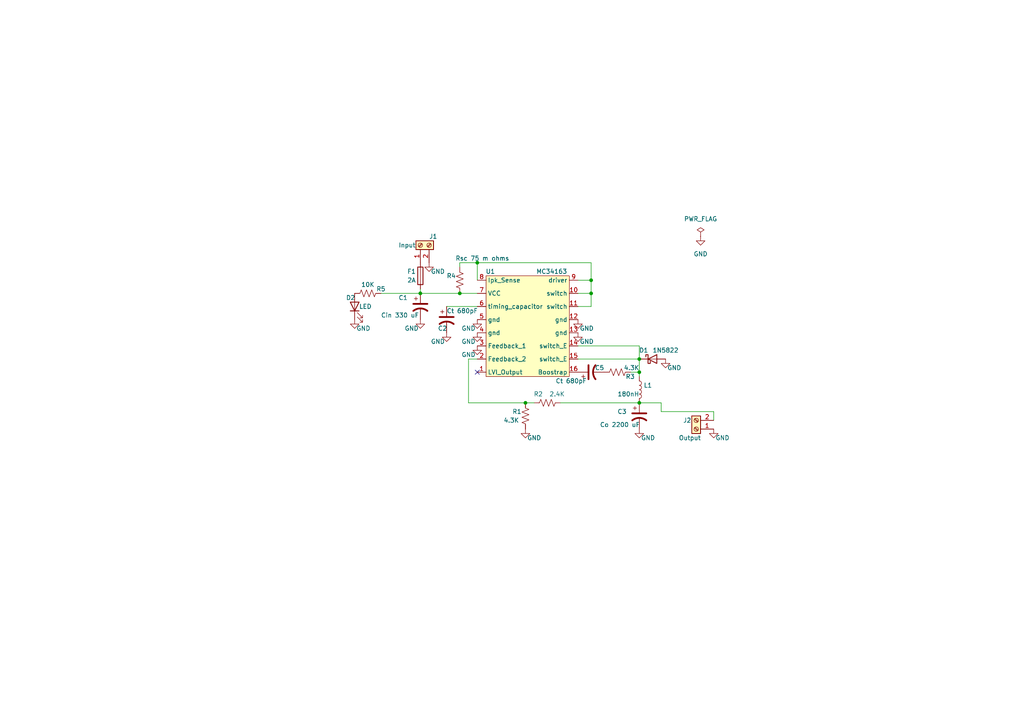
<source format=kicad_sch>
(kicad_sch (version 20230121) (generator eeschema)

  (uuid ad6b8d5c-5009-473c-af72-840718a3ad95)

  (paper "A4")

  (title_block
    (title "Alimentation 3.3V")
    (date "2023-08-23")
    (rev "1.0")
    (company "Cégep de sherbrooke")
    (comment 1 "Do by : Félix-Antoine Guimont & Marc-Étienne Gendron-Fontaine")
    (comment 2 "ISO A23")
  )

  (lib_symbols
    (symbol "Connector:Screw_Terminal_01x02" (pin_names (offset 1.016) hide) (in_bom yes) (on_board yes)
      (property "Reference" "J" (at 0 2.54 0)
        (effects (font (size 1.27 1.27)))
      )
      (property "Value" "Screw_Terminal_01x02" (at 0 -5.08 0)
        (effects (font (size 1.27 1.27)))
      )
      (property "Footprint" "" (at 0 0 0)
        (effects (font (size 1.27 1.27)) hide)
      )
      (property "Datasheet" "~" (at 0 0 0)
        (effects (font (size 1.27 1.27)) hide)
      )
      (property "ki_keywords" "screw terminal" (at 0 0 0)
        (effects (font (size 1.27 1.27)) hide)
      )
      (property "ki_description" "Generic screw terminal, single row, 01x02, script generated (kicad-library-utils/schlib/autogen/connector/)" (at 0 0 0)
        (effects (font (size 1.27 1.27)) hide)
      )
      (property "ki_fp_filters" "TerminalBlock*:*" (at 0 0 0)
        (effects (font (size 1.27 1.27)) hide)
      )
      (symbol "Screw_Terminal_01x02_1_1"
        (rectangle (start -1.27 1.27) (end 1.27 -3.81)
          (stroke (width 0.254) (type default))
          (fill (type background))
        )
        (circle (center 0 -2.54) (radius 0.635)
          (stroke (width 0.1524) (type default))
          (fill (type none))
        )
        (polyline
          (pts
            (xy -0.5334 -2.2098)
            (xy 0.3302 -3.048)
          )
          (stroke (width 0.1524) (type default))
          (fill (type none))
        )
        (polyline
          (pts
            (xy -0.5334 0.3302)
            (xy 0.3302 -0.508)
          )
          (stroke (width 0.1524) (type default))
          (fill (type none))
        )
        (polyline
          (pts
            (xy -0.3556 -2.032)
            (xy 0.508 -2.8702)
          )
          (stroke (width 0.1524) (type default))
          (fill (type none))
        )
        (polyline
          (pts
            (xy -0.3556 0.508)
            (xy 0.508 -0.3302)
          )
          (stroke (width 0.1524) (type default))
          (fill (type none))
        )
        (circle (center 0 0) (radius 0.635)
          (stroke (width 0.1524) (type default))
          (fill (type none))
        )
        (pin passive line (at -5.08 0 0) (length 3.81)
          (name "Pin_1" (effects (font (size 1.27 1.27))))
          (number "1" (effects (font (size 1.27 1.27))))
        )
        (pin passive line (at -5.08 -2.54 0) (length 3.81)
          (name "Pin_2" (effects (font (size 1.27 1.27))))
          (number "2" (effects (font (size 1.27 1.27))))
        )
      )
    )
    (symbol "Device:C_Polarized_US" (pin_numbers hide) (pin_names (offset 0.254) hide) (in_bom yes) (on_board yes)
      (property "Reference" "C" (at 0.635 2.54 0)
        (effects (font (size 1.27 1.27)) (justify left))
      )
      (property "Value" "C_Polarized_US" (at 0.635 -2.54 0)
        (effects (font (size 1.27 1.27)) (justify left))
      )
      (property "Footprint" "" (at 0 0 0)
        (effects (font (size 1.27 1.27)) hide)
      )
      (property "Datasheet" "~" (at 0 0 0)
        (effects (font (size 1.27 1.27)) hide)
      )
      (property "ki_keywords" "cap capacitor" (at 0 0 0)
        (effects (font (size 1.27 1.27)) hide)
      )
      (property "ki_description" "Polarized capacitor, US symbol" (at 0 0 0)
        (effects (font (size 1.27 1.27)) hide)
      )
      (property "ki_fp_filters" "CP_*" (at 0 0 0)
        (effects (font (size 1.27 1.27)) hide)
      )
      (symbol "C_Polarized_US_0_1"
        (polyline
          (pts
            (xy -2.032 0.762)
            (xy 2.032 0.762)
          )
          (stroke (width 0.508) (type default))
          (fill (type none))
        )
        (polyline
          (pts
            (xy -1.778 2.286)
            (xy -0.762 2.286)
          )
          (stroke (width 0) (type default))
          (fill (type none))
        )
        (polyline
          (pts
            (xy -1.27 1.778)
            (xy -1.27 2.794)
          )
          (stroke (width 0) (type default))
          (fill (type none))
        )
        (arc (start 2.032 -1.27) (mid 0 -0.5572) (end -2.032 -1.27)
          (stroke (width 0.508) (type default))
          (fill (type none))
        )
      )
      (symbol "C_Polarized_US_1_1"
        (pin passive line (at 0 3.81 270) (length 2.794)
          (name "~" (effects (font (size 1.27 1.27))))
          (number "1" (effects (font (size 1.27 1.27))))
        )
        (pin passive line (at 0 -3.81 90) (length 3.302)
          (name "~" (effects (font (size 1.27 1.27))))
          (number "2" (effects (font (size 1.27 1.27))))
        )
      )
    )
    (symbol "Device:Fuse" (pin_numbers hide) (pin_names (offset 0)) (in_bom yes) (on_board yes)
      (property "Reference" "F" (at 2.032 0 90)
        (effects (font (size 1.27 1.27)))
      )
      (property "Value" "Fuse" (at -1.905 0 90)
        (effects (font (size 1.27 1.27)))
      )
      (property "Footprint" "" (at -1.778 0 90)
        (effects (font (size 1.27 1.27)) hide)
      )
      (property "Datasheet" "~" (at 0 0 0)
        (effects (font (size 1.27 1.27)) hide)
      )
      (property "ki_keywords" "fuse" (at 0 0 0)
        (effects (font (size 1.27 1.27)) hide)
      )
      (property "ki_description" "Fuse" (at 0 0 0)
        (effects (font (size 1.27 1.27)) hide)
      )
      (property "ki_fp_filters" "*Fuse*" (at 0 0 0)
        (effects (font (size 1.27 1.27)) hide)
      )
      (symbol "Fuse_0_1"
        (rectangle (start -0.762 -2.54) (end 0.762 2.54)
          (stroke (width 0.254) (type default))
          (fill (type none))
        )
        (polyline
          (pts
            (xy 0 2.54)
            (xy 0 -2.54)
          )
          (stroke (width 0) (type default))
          (fill (type none))
        )
      )
      (symbol "Fuse_1_1"
        (pin passive line (at 0 3.81 270) (length 1.27)
          (name "~" (effects (font (size 1.27 1.27))))
          (number "1" (effects (font (size 1.27 1.27))))
        )
        (pin passive line (at 0 -3.81 90) (length 1.27)
          (name "~" (effects (font (size 1.27 1.27))))
          (number "2" (effects (font (size 1.27 1.27))))
        )
      )
    )
    (symbol "Device:L" (pin_numbers hide) (pin_names (offset 1.016) hide) (in_bom yes) (on_board yes)
      (property "Reference" "L" (at -1.27 0 90)
        (effects (font (size 1.27 1.27)))
      )
      (property "Value" "L" (at 1.905 0 90)
        (effects (font (size 1.27 1.27)))
      )
      (property "Footprint" "" (at 0 0 0)
        (effects (font (size 1.27 1.27)) hide)
      )
      (property "Datasheet" "~" (at 0 0 0)
        (effects (font (size 1.27 1.27)) hide)
      )
      (property "ki_keywords" "inductor choke coil reactor magnetic" (at 0 0 0)
        (effects (font (size 1.27 1.27)) hide)
      )
      (property "ki_description" "Inductor" (at 0 0 0)
        (effects (font (size 1.27 1.27)) hide)
      )
      (property "ki_fp_filters" "Choke_* *Coil* Inductor_* L_*" (at 0 0 0)
        (effects (font (size 1.27 1.27)) hide)
      )
      (symbol "L_0_1"
        (arc (start 0 -2.54) (mid 0.6323 -1.905) (end 0 -1.27)
          (stroke (width 0) (type default))
          (fill (type none))
        )
        (arc (start 0 -1.27) (mid 0.6323 -0.635) (end 0 0)
          (stroke (width 0) (type default))
          (fill (type none))
        )
        (arc (start 0 0) (mid 0.6323 0.635) (end 0 1.27)
          (stroke (width 0) (type default))
          (fill (type none))
        )
        (arc (start 0 1.27) (mid 0.6323 1.905) (end 0 2.54)
          (stroke (width 0) (type default))
          (fill (type none))
        )
      )
      (symbol "L_1_1"
        (pin passive line (at 0 3.81 270) (length 1.27)
          (name "1" (effects (font (size 1.27 1.27))))
          (number "1" (effects (font (size 1.27 1.27))))
        )
        (pin passive line (at 0 -3.81 90) (length 1.27)
          (name "2" (effects (font (size 1.27 1.27))))
          (number "2" (effects (font (size 1.27 1.27))))
        )
      )
    )
    (symbol "Device:LED" (pin_numbers hide) (pin_names (offset 1.016) hide) (in_bom yes) (on_board yes)
      (property "Reference" "D" (at 0 2.54 0)
        (effects (font (size 1.27 1.27)))
      )
      (property "Value" "LED" (at 0 -2.54 0)
        (effects (font (size 1.27 1.27)))
      )
      (property "Footprint" "" (at 0 0 0)
        (effects (font (size 1.27 1.27)) hide)
      )
      (property "Datasheet" "~" (at 0 0 0)
        (effects (font (size 1.27 1.27)) hide)
      )
      (property "ki_keywords" "LED diode" (at 0 0 0)
        (effects (font (size 1.27 1.27)) hide)
      )
      (property "ki_description" "Light emitting diode" (at 0 0 0)
        (effects (font (size 1.27 1.27)) hide)
      )
      (property "ki_fp_filters" "LED* LED_SMD:* LED_THT:*" (at 0 0 0)
        (effects (font (size 1.27 1.27)) hide)
      )
      (symbol "LED_0_1"
        (polyline
          (pts
            (xy -1.27 -1.27)
            (xy -1.27 1.27)
          )
          (stroke (width 0.254) (type default))
          (fill (type none))
        )
        (polyline
          (pts
            (xy -1.27 0)
            (xy 1.27 0)
          )
          (stroke (width 0) (type default))
          (fill (type none))
        )
        (polyline
          (pts
            (xy 1.27 -1.27)
            (xy 1.27 1.27)
            (xy -1.27 0)
            (xy 1.27 -1.27)
          )
          (stroke (width 0.254) (type default))
          (fill (type none))
        )
        (polyline
          (pts
            (xy -3.048 -0.762)
            (xy -4.572 -2.286)
            (xy -3.81 -2.286)
            (xy -4.572 -2.286)
            (xy -4.572 -1.524)
          )
          (stroke (width 0) (type default))
          (fill (type none))
        )
        (polyline
          (pts
            (xy -1.778 -0.762)
            (xy -3.302 -2.286)
            (xy -2.54 -2.286)
            (xy -3.302 -2.286)
            (xy -3.302 -1.524)
          )
          (stroke (width 0) (type default))
          (fill (type none))
        )
      )
      (symbol "LED_1_1"
        (pin passive line (at -3.81 0 0) (length 2.54)
          (name "K" (effects (font (size 1.27 1.27))))
          (number "1" (effects (font (size 1.27 1.27))))
        )
        (pin passive line (at 3.81 0 180) (length 2.54)
          (name "A" (effects (font (size 1.27 1.27))))
          (number "2" (effects (font (size 1.27 1.27))))
        )
      )
    )
    (symbol "Device:R_US" (pin_numbers hide) (pin_names (offset 0)) (in_bom yes) (on_board yes)
      (property "Reference" "R" (at 2.54 0 90)
        (effects (font (size 1.27 1.27)))
      )
      (property "Value" "R_US" (at -2.54 0 90)
        (effects (font (size 1.27 1.27)))
      )
      (property "Footprint" "" (at 1.016 -0.254 90)
        (effects (font (size 1.27 1.27)) hide)
      )
      (property "Datasheet" "~" (at 0 0 0)
        (effects (font (size 1.27 1.27)) hide)
      )
      (property "ki_keywords" "R res resistor" (at 0 0 0)
        (effects (font (size 1.27 1.27)) hide)
      )
      (property "ki_description" "Resistor, US symbol" (at 0 0 0)
        (effects (font (size 1.27 1.27)) hide)
      )
      (property "ki_fp_filters" "R_*" (at 0 0 0)
        (effects (font (size 1.27 1.27)) hide)
      )
      (symbol "R_US_0_1"
        (polyline
          (pts
            (xy 0 -2.286)
            (xy 0 -2.54)
          )
          (stroke (width 0) (type default))
          (fill (type none))
        )
        (polyline
          (pts
            (xy 0 2.286)
            (xy 0 2.54)
          )
          (stroke (width 0) (type default))
          (fill (type none))
        )
        (polyline
          (pts
            (xy 0 -0.762)
            (xy 1.016 -1.143)
            (xy 0 -1.524)
            (xy -1.016 -1.905)
            (xy 0 -2.286)
          )
          (stroke (width 0) (type default))
          (fill (type none))
        )
        (polyline
          (pts
            (xy 0 0.762)
            (xy 1.016 0.381)
            (xy 0 0)
            (xy -1.016 -0.381)
            (xy 0 -0.762)
          )
          (stroke (width 0) (type default))
          (fill (type none))
        )
        (polyline
          (pts
            (xy 0 2.286)
            (xy 1.016 1.905)
            (xy 0 1.524)
            (xy -1.016 1.143)
            (xy 0 0.762)
          )
          (stroke (width 0) (type default))
          (fill (type none))
        )
      )
      (symbol "R_US_1_1"
        (pin passive line (at 0 3.81 270) (length 1.27)
          (name "~" (effects (font (size 1.27 1.27))))
          (number "1" (effects (font (size 1.27 1.27))))
        )
        (pin passive line (at 0 -3.81 90) (length 1.27)
          (name "~" (effects (font (size 1.27 1.27))))
          (number "2" (effects (font (size 1.27 1.27))))
        )
      )
    )
    (symbol "Diode:1N5822" (pin_numbers hide) (pin_names (offset 1.016) hide) (in_bom yes) (on_board yes)
      (property "Reference" "D" (at 0 2.54 0)
        (effects (font (size 1.27 1.27)))
      )
      (property "Value" "1N5822" (at 0 -2.54 0)
        (effects (font (size 1.27 1.27)))
      )
      (property "Footprint" "Diode_THT:D_DO-201AD_P15.24mm_Horizontal" (at 0 -4.445 0)
        (effects (font (size 1.27 1.27)) hide)
      )
      (property "Datasheet" "http://www.vishay.com/docs/88526/1n5820.pdf" (at 0 0 0)
        (effects (font (size 1.27 1.27)) hide)
      )
      (property "ki_keywords" "diode Schottky" (at 0 0 0)
        (effects (font (size 1.27 1.27)) hide)
      )
      (property "ki_description" "40V 3A Schottky Barrier Rectifier Diode, DO-201AD" (at 0 0 0)
        (effects (font (size 1.27 1.27)) hide)
      )
      (property "ki_fp_filters" "D*DO?201AD*" (at 0 0 0)
        (effects (font (size 1.27 1.27)) hide)
      )
      (symbol "1N5822_0_1"
        (polyline
          (pts
            (xy 1.27 0)
            (xy -1.27 0)
          )
          (stroke (width 0) (type default))
          (fill (type none))
        )
        (polyline
          (pts
            (xy 1.27 1.27)
            (xy 1.27 -1.27)
            (xy -1.27 0)
            (xy 1.27 1.27)
          )
          (stroke (width 0.254) (type default))
          (fill (type none))
        )
        (polyline
          (pts
            (xy -1.905 0.635)
            (xy -1.905 1.27)
            (xy -1.27 1.27)
            (xy -1.27 -1.27)
            (xy -0.635 -1.27)
            (xy -0.635 -0.635)
          )
          (stroke (width 0.254) (type default))
          (fill (type none))
        )
      )
      (symbol "1N5822_1_1"
        (pin passive line (at -3.81 0 0) (length 2.54)
          (name "K" (effects (font (size 1.27 1.27))))
          (number "1" (effects (font (size 1.27 1.27))))
        )
        (pin passive line (at 3.81 0 180) (length 2.54)
          (name "A" (effects (font (size 1.27 1.27))))
          (number "2" (effects (font (size 1.27 1.27))))
        )
      )
    )
    (symbol "GND_1" (power) (pin_names (offset 0)) (in_bom yes) (on_board yes)
      (property "Reference" "#PWR" (at 0 -6.35 0)
        (effects (font (size 1.27 1.27)) hide)
      )
      (property "Value" "GND_1" (at 0 -3.81 0)
        (effects (font (size 1.27 1.27)))
      )
      (property "Footprint" "" (at 0 0 0)
        (effects (font (size 1.27 1.27)) hide)
      )
      (property "Datasheet" "" (at 0 0 0)
        (effects (font (size 1.27 1.27)) hide)
      )
      (property "ki_keywords" "global power" (at 0 0 0)
        (effects (font (size 1.27 1.27)) hide)
      )
      (property "ki_description" "Power symbol creates a global label with name \"GND\" , ground" (at 0 0 0)
        (effects (font (size 1.27 1.27)) hide)
      )
      (symbol "GND_1_0_1"
        (polyline
          (pts
            (xy 0 0)
            (xy 0 -1.27)
            (xy 1.27 -1.27)
            (xy 0 -2.54)
            (xy -1.27 -1.27)
            (xy 0 -1.27)
          )
          (stroke (width 0) (type default))
          (fill (type none))
        )
      )
      (symbol "GND_1_1_1"
        (pin power_in line (at 0 0 270) (length 0) hide
          (name "GND" (effects (font (size 1.27 1.27))))
          (number "1" (effects (font (size 1.27 1.27))))
        )
      )
    )
    (symbol "MC34163:MC34163" (in_bom yes) (on_board yes)
      (property "Reference" "U" (at 22.86 20.32 0)
        (effects (font (size 1.27 1.27)))
      )
      (property "Value" "MC34163" (at 34.29 20.32 0)
        (effects (font (size 1.27 1.27)))
      )
      (property "Footprint" "" (at 0 0 0)
        (effects (font (size 1.27 1.27)) hide)
      )
      (property "Datasheet" "" (at 0 0 0)
        (effects (font (size 1.27 1.27)) hide)
      )
      (symbol "MC34163_0_1"
        (rectangle (start 17.78 -10.16) (end 41.91 19.05)
          (stroke (width 0) (type default))
          (fill (type background))
        )
      )
      (symbol "MC34163_1_1"
        (pin output line (at 15.24 -8.89 0) (length 2.54)
          (name "LVI_Output" (effects (font (size 1.27 1.27))))
          (number "1" (effects (font (size 1.27 1.27))))
        )
        (pin input line (at 44.45 13.97 180) (length 2.54)
          (name "switch" (effects (font (size 1.27 1.27))))
          (number "10" (effects (font (size 1.27 1.27))))
        )
        (pin input line (at 44.45 10.16 180) (length 2.54)
          (name "switch" (effects (font (size 1.27 1.27))))
          (number "11" (effects (font (size 1.27 1.27))))
        )
        (pin input line (at 44.45 6.35 180) (length 2.54)
          (name "gnd" (effects (font (size 1.27 1.27))))
          (number "12" (effects (font (size 1.27 1.27))))
        )
        (pin input line (at 44.45 2.54 180) (length 2.54)
          (name "gnd" (effects (font (size 1.27 1.27))))
          (number "13" (effects (font (size 1.27 1.27))))
        )
        (pin bidirectional line (at 44.45 -1.27 180) (length 2.54)
          (name "switch_E" (effects (font (size 1.27 1.27))))
          (number "14" (effects (font (size 1.27 1.27))))
        )
        (pin bidirectional line (at 44.45 -5.08 180) (length 2.54)
          (name "switch_E" (effects (font (size 1.27 1.27))))
          (number "15" (effects (font (size 1.27 1.27))))
        )
        (pin input line (at 44.45 -8.89 180) (length 2.54)
          (name "Boostrap" (effects (font (size 1.27 1.27))))
          (number "16" (effects (font (size 1.27 1.27))))
        )
        (pin input line (at 15.24 -5.08 0) (length 2.54)
          (name "Feedback_2" (effects (font (size 1.27 1.27))))
          (number "2" (effects (font (size 1.27 1.27))))
        )
        (pin input line (at 15.24 -1.27 0) (length 2.54)
          (name "Feedback_1" (effects (font (size 1.27 1.27))))
          (number "3" (effects (font (size 1.27 1.27))))
        )
        (pin input line (at 15.24 2.54 0) (length 2.54)
          (name "gnd" (effects (font (size 1.27 1.27))))
          (number "4" (effects (font (size 1.27 1.27))))
        )
        (pin input line (at 15.24 6.35 0) (length 2.54)
          (name "gnd" (effects (font (size 1.27 1.27))))
          (number "5" (effects (font (size 1.27 1.27))))
        )
        (pin input line (at 15.24 10.16 0) (length 2.54)
          (name "timing_capacitor" (effects (font (size 1.27 1.27))))
          (number "6" (effects (font (size 1.27 1.27))))
        )
        (pin input line (at 15.24 13.97 0) (length 2.54)
          (name "VCC" (effects (font (size 1.27 1.27))))
          (number "7" (effects (font (size 1.27 1.27))))
        )
        (pin input line (at 15.24 17.78 0) (length 2.54)
          (name "Ipk_Sense" (effects (font (size 1.27 1.27))))
          (number "8" (effects (font (size 1.27 1.27))))
        )
        (pin input line (at 44.45 17.78 180) (length 2.54)
          (name "driver" (effects (font (size 1.27 1.27))))
          (number "9" (effects (font (size 1.27 1.27))))
        )
      )
    )
    (symbol "power:PWR_FLAG" (power) (pin_numbers hide) (pin_names (offset 0) hide) (in_bom yes) (on_board yes)
      (property "Reference" "#FLG" (at 0 1.905 0)
        (effects (font (size 1.27 1.27)) hide)
      )
      (property "Value" "PWR_FLAG" (at 0 3.81 0)
        (effects (font (size 1.27 1.27)))
      )
      (property "Footprint" "" (at 0 0 0)
        (effects (font (size 1.27 1.27)) hide)
      )
      (property "Datasheet" "~" (at 0 0 0)
        (effects (font (size 1.27 1.27)) hide)
      )
      (property "ki_keywords" "flag power" (at 0 0 0)
        (effects (font (size 1.27 1.27)) hide)
      )
      (property "ki_description" "Special symbol for telling ERC where power comes from" (at 0 0 0)
        (effects (font (size 1.27 1.27)) hide)
      )
      (symbol "PWR_FLAG_0_0"
        (pin power_out line (at 0 0 90) (length 0)
          (name "pwr" (effects (font (size 1.27 1.27))))
          (number "1" (effects (font (size 1.27 1.27))))
        )
      )
      (symbol "PWR_FLAG_0_1"
        (polyline
          (pts
            (xy 0 0)
            (xy 0 1.27)
            (xy -1.016 1.905)
            (xy 0 2.54)
            (xy 1.016 1.905)
            (xy 0 1.27)
          )
          (stroke (width 0) (type default))
          (fill (type none))
        )
      )
    )
  )

  (junction (at 185.42 104.14) (diameter 0) (color 0 0 0 0)
    (uuid 08c96414-8625-424d-8b42-92099f1b8f45)
  )
  (junction (at 185.42 116.84) (diameter 0) (color 0 0 0 0)
    (uuid 10f117dc-4e58-48cf-a239-426c8759b76c)
  )
  (junction (at 133.35 85.09) (diameter 0) (color 0 0 0 0)
    (uuid 12ecf142-5204-462e-8ff7-ca114a2734da)
  )
  (junction (at 185.42 107.95) (diameter 0) (color 0 0 0 0)
    (uuid 570947b3-858d-4a2f-b016-94a8cc2fecca)
  )
  (junction (at 171.45 81.28) (diameter 0) (color 0 0 0 0)
    (uuid 5a259a32-7f00-4bab-b358-a0630bd446c7)
  )
  (junction (at 121.92 85.09) (diameter 0) (color 0 0 0 0)
    (uuid 6858a52c-de9e-4d04-9456-3f340a410f56)
  )
  (junction (at 152.4 116.84) (diameter 0) (color 0 0 0 0)
    (uuid a3f67448-ad84-44f4-8e13-25f0d8694a8e)
  )
  (junction (at 171.45 85.09) (diameter 0) (color 0 0 0 0)
    (uuid b42aeb5f-bdfa-49f1-ae27-b6ab9ec6d2d3)
  )
  (junction (at 138.43 76.2) (diameter 0) (color 0 0 0 0)
    (uuid b533a9d8-eaef-4201-9168-9439a4a96838)
  )

  (no_connect (at 138.43 107.95) (uuid 8fe43a88-dd6f-4bc3-a1ec-113e50862f8b))

  (wire (pts (xy 138.43 81.28) (xy 138.43 76.2))
    (stroke (width 0) (type default))
    (uuid 0722c3b6-0130-417f-85d1-74516e3d8abf)
  )
  (wire (pts (xy 167.64 81.28) (xy 171.45 81.28))
    (stroke (width 0) (type default))
    (uuid 0ae8e62c-1f7d-408c-8501-a08117267d1c)
  )
  (wire (pts (xy 185.42 107.95) (xy 185.42 109.22))
    (stroke (width 0) (type default))
    (uuid 10846c33-7bd0-489f-9a0d-e72f6063b0f5)
  )
  (wire (pts (xy 121.92 83.82) (xy 121.92 85.09))
    (stroke (width 0) (type default))
    (uuid 1f40b924-a001-43ac-a06d-344fa23ce474)
  )
  (wire (pts (xy 191.77 116.84) (xy 185.42 116.84))
    (stroke (width 0) (type default))
    (uuid 21583148-72ff-428f-9dba-63db6db4c4cf)
  )
  (wire (pts (xy 129.54 88.9) (xy 138.43 88.9))
    (stroke (width 0) (type default))
    (uuid 2389a6d5-e2ac-4a15-b755-40c91f5c0c59)
  )
  (wire (pts (xy 191.77 119.38) (xy 191.77 116.84))
    (stroke (width 0) (type default))
    (uuid 2899fa58-d1f1-4f06-a0e8-54ad92194886)
  )
  (wire (pts (xy 135.89 116.84) (xy 135.89 104.14))
    (stroke (width 0) (type default))
    (uuid 39da4f4a-2c31-49b9-aa56-e3546f0fee0e)
  )
  (wire (pts (xy 167.64 100.33) (xy 185.42 100.33))
    (stroke (width 0) (type default))
    (uuid 5a768011-fa90-4ffa-acb3-fe5853627b2b)
  )
  (wire (pts (xy 152.4 116.84) (xy 154.94 116.84))
    (stroke (width 0) (type default))
    (uuid 5f17c182-7643-4e77-bd4a-368ecbfbce04)
  )
  (wire (pts (xy 138.43 104.14) (xy 135.89 104.14))
    (stroke (width 0) (type default))
    (uuid 6d045670-1070-4b17-bcce-00ad1a0bbebc)
  )
  (wire (pts (xy 135.89 116.84) (xy 152.4 116.84))
    (stroke (width 0) (type default))
    (uuid 6e2e7a9f-5164-4ca0-b98c-c9b8a1bdebbf)
  )
  (wire (pts (xy 171.45 76.2) (xy 138.43 76.2))
    (stroke (width 0) (type default))
    (uuid 76a638f8-2877-48f1-abfd-e4ea591eb42b)
  )
  (wire (pts (xy 167.64 88.9) (xy 171.45 88.9))
    (stroke (width 0) (type default))
    (uuid 7e7d46a7-ea7f-43f7-aa01-b7f6353f0f39)
  )
  (wire (pts (xy 171.45 81.28) (xy 171.45 85.09))
    (stroke (width 0) (type default))
    (uuid 7f20d6a5-c040-4073-b8f1-52a119f98750)
  )
  (wire (pts (xy 185.42 104.14) (xy 185.42 107.95))
    (stroke (width 0) (type default))
    (uuid 894f2767-6560-4aa3-b851-5151f9133b28)
  )
  (wire (pts (xy 133.35 85.09) (xy 138.43 85.09))
    (stroke (width 0) (type default))
    (uuid 980d4f7f-8ac7-4a15-9632-1e1edc6e99ca)
  )
  (wire (pts (xy 182.88 107.95) (xy 185.42 107.95))
    (stroke (width 0) (type default))
    (uuid 9c439761-43a0-4bfd-9e7d-e76112908a3b)
  )
  (wire (pts (xy 110.49 85.09) (xy 121.92 85.09))
    (stroke (width 0) (type default))
    (uuid a70dd4f0-f114-43e7-8e4d-2dacfc5c486b)
  )
  (wire (pts (xy 171.45 81.28) (xy 171.45 76.2))
    (stroke (width 0) (type default))
    (uuid b2147d91-5b91-4ebc-a8b3-cc5851b8bc4c)
  )
  (wire (pts (xy 133.35 76.2) (xy 133.35 77.47))
    (stroke (width 0) (type default))
    (uuid b5499c7f-8e1b-488c-ac16-390e92ae20b1)
  )
  (wire (pts (xy 171.45 88.9) (xy 171.45 85.09))
    (stroke (width 0) (type default))
    (uuid c209af23-66dd-4c7d-99f3-e0f499c1bc32)
  )
  (wire (pts (xy 167.64 104.14) (xy 185.42 104.14))
    (stroke (width 0) (type default))
    (uuid dc9836c3-cebe-49d7-b844-989d8eaf0a64)
  )
  (wire (pts (xy 207.01 121.92) (xy 207.01 119.38))
    (stroke (width 0) (type default))
    (uuid e71e108b-d3ef-4861-9b53-3554fcfee70c)
  )
  (wire (pts (xy 191.77 119.38) (xy 207.01 119.38))
    (stroke (width 0) (type default))
    (uuid ef06d2ad-368f-4e1c-8db5-c0dbb7a792a5)
  )
  (wire (pts (xy 185.42 100.33) (xy 185.42 104.14))
    (stroke (width 0) (type default))
    (uuid efd86211-a808-49ff-bbcb-3afd7a82da83)
  )
  (wire (pts (xy 121.92 85.09) (xy 133.35 85.09))
    (stroke (width 0) (type default))
    (uuid f063b0ea-c0bf-488c-9667-3a9c38235a16)
  )
  (wire (pts (xy 171.45 85.09) (xy 167.64 85.09))
    (stroke (width 0) (type default))
    (uuid fcd05923-d6e0-451b-beee-ec6ece77c7a6)
  )
  (wire (pts (xy 162.56 116.84) (xy 185.42 116.84))
    (stroke (width 0) (type default))
    (uuid fdd2c2ed-be40-46c6-bd36-a86b1b73b402)
  )
  (wire (pts (xy 138.43 76.2) (xy 133.35 76.2))
    (stroke (width 0) (type default))
    (uuid ffaa7864-de1d-49d9-9cf6-b05a315c6545)
  )

  (symbol (lib_id "Device:R_US") (at 179.07 107.95 90) (unit 1)
    (in_bom yes) (on_board yes) (dnp no)
    (uuid 14cb0287-456f-4564-a870-46803e2df0dc)
    (property "Reference" "R3" (at 184.15 109.22 90)
      (effects (font (size 1.27 1.27)) (justify left))
    )
    (property "Value" "4.3K" (at 185.42 106.68 90)
      (effects (font (size 1.27 1.27)) (justify left))
    )
    (property "Footprint" "Resistor_SMD:R_0805_2012Metric" (at 179.324 106.934 90)
      (effects (font (size 1.27 1.27)) hide)
    )
    (property "Datasheet" "~" (at 179.07 107.95 0)
      (effects (font (size 1.27 1.27)) hide)
    )
    (pin "1" (uuid 96136179-1739-4f4c-aa4a-a03957fefad3))
    (pin "2" (uuid bfb108be-da5c-4ad8-ac9a-08c268a4d791))
    (instances
      (project "Alim"
        (path "/ad6b8d5c-5009-473c-af72-840718a3ad95"
          (reference "R3") (unit 1)
        )
      )
    )
  )

  (symbol (lib_id "MC34163:MC34163") (at 123.19 99.06 0) (unit 1)
    (in_bom yes) (on_board yes) (dnp no)
    (uuid 171de227-efdc-4163-9321-3b20fe881232)
    (property "Reference" "U1" (at 142.24 78.74 0)
      (effects (font (size 1.27 1.27)))
    )
    (property "Value" "MC34163" (at 160.02 78.74 0)
      (effects (font (size 1.27 1.27)))
    )
    (property "Footprint" "SOIC127P1030X265-16N:MC34163-D" (at 123.19 99.06 0)
      (effects (font (size 1.27 1.27)) hide)
    )
    (property "Datasheet" "" (at 123.19 99.06 0)
      (effects (font (size 1.27 1.27)) hide)
    )
    (pin "1" (uuid de7b7ed9-ebca-457c-af36-db74ad717293))
    (pin "10" (uuid a0d2f134-2055-46f8-9635-d48f0efeeb9d))
    (pin "11" (uuid b3a85aef-4a24-4fa4-bbd9-ad6941da033c))
    (pin "12" (uuid d2699bfb-eba2-4e07-b2c9-409e2021ad13))
    (pin "13" (uuid 8457c454-c66b-4a66-b153-5a7fd4ccce77))
    (pin "14" (uuid e0dc4a5c-7028-4255-af7d-b163d2b62900))
    (pin "15" (uuid 15354441-164d-4652-b756-54c1879b21a6))
    (pin "16" (uuid 934e0470-9d6f-4724-8cb6-cf24cda2770b))
    (pin "2" (uuid a1f5e3ce-1092-40bf-8341-923e34bd69af))
    (pin "3" (uuid 8e8157ab-e9c0-45ed-9009-18e3594b6c76))
    (pin "4" (uuid 967e3af0-7d8a-4eb1-9d6d-ea9eb34c93d5))
    (pin "5" (uuid 9caaec3c-789b-477c-8b86-13bc6c93616e))
    (pin "6" (uuid ec8168a9-b27f-4334-9102-c70af6290d71))
    (pin "7" (uuid d4f00987-5cd6-4e30-8252-7206a4c537c8))
    (pin "8" (uuid 86f3ede7-4d99-4a34-8df2-950aac54959b))
    (pin "9" (uuid 06bf473d-bcdb-4e4a-8d79-ae6a1ac02e02))
    (instances
      (project "Alim"
        (path "/ad6b8d5c-5009-473c-af72-840718a3ad95"
          (reference "U1") (unit 1)
        )
      )
    )
  )

  (symbol (lib_name "GND_1") (lib_id "power:GND") (at 121.92 92.71 0) (unit 1)
    (in_bom yes) (on_board yes) (dnp no)
    (uuid 18236a45-a860-441c-8c70-9234dbcf2ed3)
    (property "Reference" "#PWR07" (at 121.92 99.06 0)
      (effects (font (size 1.27 1.27)) hide)
    )
    (property "Value" "GND" (at 119.38 95.25 0)
      (effects (font (size 1.27 1.27)))
    )
    (property "Footprint" "" (at 121.92 92.71 0)
      (effects (font (size 1.27 1.27)) hide)
    )
    (property "Datasheet" "" (at 121.92 92.71 0)
      (effects (font (size 1.27 1.27)) hide)
    )
    (pin "1" (uuid 5888f365-0732-48e9-bd86-347558119690))
    (instances
      (project "Alim"
        (path "/ad6b8d5c-5009-473c-af72-840718a3ad95"
          (reference "#PWR07") (unit 1)
        )
      )
    )
  )

  (symbol (lib_id "Connector:Screw_Terminal_01x02") (at 121.92 71.12 90) (unit 1)
    (in_bom yes) (on_board yes) (dnp no)
    (uuid 203507f3-22ad-4bc8-a364-9b46f2f7f596)
    (property "Reference" "J1" (at 124.46 68.58 90)
      (effects (font (size 1.27 1.27)) (justify right))
    )
    (property "Value" "Input" (at 115.57 71.12 90)
      (effects (font (size 1.27 1.27)) (justify right))
    )
    (property "Footprint" "TerminalBlock_TE-Connectivity:TerminalBlock_TE_282834-2_1x02_P2.54mm_Horizontal" (at 121.92 71.12 0)
      (effects (font (size 1.27 1.27)) hide)
    )
    (property "Datasheet" "~" (at 121.92 71.12 0)
      (effects (font (size 1.27 1.27)) hide)
    )
    (pin "1" (uuid cea30902-3661-4d6d-9cc1-7fcca50b6d48))
    (pin "2" (uuid d27b04a4-4e80-48f8-bb07-514aa2f744f7))
    (instances
      (project "Alim"
        (path "/ad6b8d5c-5009-473c-af72-840718a3ad95"
          (reference "J1") (unit 1)
        )
      )
    )
  )

  (symbol (lib_id "Device:R_US") (at 133.35 81.28 0) (unit 1)
    (in_bom yes) (on_board yes) (dnp no)
    (uuid 28358281-e397-40be-807f-996402d96239)
    (property "Reference" "R4" (at 129.54 80.01 0)
      (effects (font (size 1.27 1.27)) (justify left))
    )
    (property "Value" "Rsc 75 m ohms" (at 132.08 74.93 0)
      (effects (font (size 1.27 1.27)) (justify left))
    )
    (property "Footprint" "Resistor_SMD:R_2512_6332Metric" (at 134.366 81.534 90)
      (effects (font (size 1.27 1.27)) hide)
    )
    (property "Datasheet" "~" (at 133.35 81.28 0)
      (effects (font (size 1.27 1.27)) hide)
    )
    (pin "1" (uuid 38456480-9a8b-406c-95bb-00d15dedd155))
    (pin "2" (uuid be20d6d4-70a1-4303-bc68-0543baf4aed9))
    (instances
      (project "Alim"
        (path "/ad6b8d5c-5009-473c-af72-840718a3ad95"
          (reference "R4") (unit 1)
        )
      )
    )
  )

  (symbol (lib_id "Connector:Screw_Terminal_01x02") (at 201.93 124.46 180) (unit 1)
    (in_bom yes) (on_board yes) (dnp no)
    (uuid 355524b2-99c5-4356-afb5-7a6c2dcc8157)
    (property "Reference" "J2" (at 198.12 121.92 0)
      (effects (font (size 1.27 1.27)) (justify right))
    )
    (property "Value" "Output" (at 196.85 127 0)
      (effects (font (size 1.27 1.27)) (justify right))
    )
    (property "Footprint" "TerminalBlock_TE-Connectivity:TerminalBlock_TE_282834-2_1x02_P2.54mm_Horizontal" (at 201.93 124.46 0)
      (effects (font (size 1.27 1.27)) hide)
    )
    (property "Datasheet" "~" (at 201.93 124.46 0)
      (effects (font (size 1.27 1.27)) hide)
    )
    (pin "1" (uuid 6b376c29-ccbf-4559-b4f7-eddade1a96ed))
    (pin "2" (uuid 81d6481c-4013-4fca-8dad-3daae5a13768))
    (instances
      (project "Alim"
        (path "/ad6b8d5c-5009-473c-af72-840718a3ad95"
          (reference "J2") (unit 1)
        )
      )
    )
  )

  (symbol (lib_id "Device:Fuse") (at 121.92 80.01 0) (unit 1)
    (in_bom yes) (on_board yes) (dnp no)
    (uuid 398063d2-a50c-40ff-8148-f2258edd3f46)
    (property "Reference" "F1" (at 118.11 78.74 0)
      (effects (font (size 1.27 1.27)) (justify left))
    )
    (property "Value" "2A" (at 118.11 81.28 0)
      (effects (font (size 1.27 1.27)) (justify left))
    )
    (property "Footprint" "Fuse:Fuseholder_Clip-6.3x32mm_Littelfuse_102_122_Inline_P34.21x7.62mm_D1.98mm_Horizontal" (at 120.142 80.01 90)
      (effects (font (size 1.27 1.27)) hide)
    )
    (property "Datasheet" "~" (at 121.92 80.01 0)
      (effects (font (size 1.27 1.27)) hide)
    )
    (pin "1" (uuid 5d3baab6-83a2-4f81-9fbd-ef2c71d31b43))
    (pin "2" (uuid bdf8c554-eb0b-4930-ad90-3cdcf9219ee3))
    (instances
      (project "Alim"
        (path "/ad6b8d5c-5009-473c-af72-840718a3ad95"
          (reference "F1") (unit 1)
        )
      )
    )
  )

  (symbol (lib_id "Device:LED") (at 102.87 88.9 90) (unit 1)
    (in_bom yes) (on_board yes) (dnp no)
    (uuid 4093b003-81f4-4d00-9fcd-224915405b66)
    (property "Reference" "D2" (at 100.33 86.36 90)
      (effects (font (size 1.27 1.27)) (justify right))
    )
    (property "Value" "LED" (at 104.14 88.9 90)
      (effects (font (size 1.27 1.27)) (justify right))
    )
    (property "Footprint" "LED_SMD:LED_0805_2012Metric" (at 102.87 88.9 0)
      (effects (font (size 1.27 1.27)) hide)
    )
    (property "Datasheet" "~" (at 102.87 88.9 0)
      (effects (font (size 1.27 1.27)) hide)
    )
    (pin "1" (uuid 8b6a1dd5-1a6b-49c2-a691-81abfdd422b9))
    (pin "2" (uuid 6e43d549-0f13-4f07-896a-c552cc36aea3))
    (instances
      (project "Alim"
        (path "/ad6b8d5c-5009-473c-af72-840718a3ad95"
          (reference "D2") (unit 1)
        )
      )
    )
  )

  (symbol (lib_id "Device:R_US") (at 158.75 116.84 90) (unit 1)
    (in_bom yes) (on_board yes) (dnp no)
    (uuid 43457de1-0211-4a3e-b21b-d36dd6c8bc48)
    (property "Reference" "R2" (at 157.48 114.3 90)
      (effects (font (size 1.27 1.27)) (justify left))
    )
    (property "Value" "2.4K" (at 163.83 114.3 90)
      (effects (font (size 1.27 1.27)) (justify left))
    )
    (property "Footprint" "Resistor_SMD:R_0805_2012Metric" (at 159.004 115.824 90)
      (effects (font (size 1.27 1.27)) hide)
    )
    (property "Datasheet" "~" (at 158.75 116.84 0)
      (effects (font (size 1.27 1.27)) hide)
    )
    (pin "1" (uuid 07a4968e-c54d-4d80-ad15-596d6ff37eed))
    (pin "2" (uuid e972d25f-80aa-4135-818a-16af1d175d14))
    (instances
      (project "Alim"
        (path "/ad6b8d5c-5009-473c-af72-840718a3ad95"
          (reference "R2") (unit 1)
        )
      )
    )
  )

  (symbol (lib_id "Device:R_US") (at 152.4 120.65 0) (unit 1)
    (in_bom yes) (on_board yes) (dnp no)
    (uuid 479307fb-b535-433f-9e5d-00aff463af53)
    (property "Reference" "R1" (at 148.59 119.38 0)
      (effects (font (size 1.27 1.27)) (justify left))
    )
    (property "Value" "4.3K" (at 146.05 121.92 0)
      (effects (font (size 1.27 1.27)) (justify left))
    )
    (property "Footprint" "Resistor_SMD:R_0805_2012Metric" (at 153.416 120.904 90)
      (effects (font (size 1.27 1.27)) hide)
    )
    (property "Datasheet" "~" (at 152.4 120.65 0)
      (effects (font (size 1.27 1.27)) hide)
    )
    (pin "1" (uuid a95db6ce-8c82-46af-bccb-c95afac544b3))
    (pin "2" (uuid 74e88ed7-214b-4a4f-b833-0f032aed4d07))
    (instances
      (project "Alim"
        (path "/ad6b8d5c-5009-473c-af72-840718a3ad95"
          (reference "R1") (unit 1)
        )
      )
    )
  )

  (symbol (lib_name "GND_1") (lib_id "power:GND") (at 167.64 92.71 0) (unit 1)
    (in_bom yes) (on_board yes) (dnp no)
    (uuid 4f316cb9-2c57-492c-aeaf-cd13a1468390)
    (property "Reference" "#PWR015" (at 167.64 99.06 0)
      (effects (font (size 1.27 1.27)) hide)
    )
    (property "Value" "GND" (at 170.18 95.25 0)
      (effects (font (size 1.27 1.27)))
    )
    (property "Footprint" "" (at 167.64 92.71 0)
      (effects (font (size 1.27 1.27)) hide)
    )
    (property "Datasheet" "" (at 167.64 92.71 0)
      (effects (font (size 1.27 1.27)) hide)
    )
    (pin "1" (uuid 6cfda5e8-2072-4a51-bae5-ad3c4d3a3a85))
    (instances
      (project "Alim"
        (path "/ad6b8d5c-5009-473c-af72-840718a3ad95"
          (reference "#PWR015") (unit 1)
        )
      )
    )
  )

  (symbol (lib_name "GND_1") (lib_id "power:GND") (at 138.43 96.52 0) (unit 1)
    (in_bom yes) (on_board yes) (dnp no)
    (uuid 503ba1fc-a5cc-441e-aa49-0227d77cb573)
    (property "Reference" "#PWR03" (at 138.43 102.87 0)
      (effects (font (size 1.27 1.27)) hide)
    )
    (property "Value" "GND" (at 135.89 99.06 0)
      (effects (font (size 1.27 1.27)))
    )
    (property "Footprint" "" (at 138.43 96.52 0)
      (effects (font (size 1.27 1.27)) hide)
    )
    (property "Datasheet" "" (at 138.43 96.52 0)
      (effects (font (size 1.27 1.27)) hide)
    )
    (pin "1" (uuid 82dc3eb0-3895-4893-8d91-21e3e45d6924))
    (instances
      (project "Alim"
        (path "/ad6b8d5c-5009-473c-af72-840718a3ad95"
          (reference "#PWR03") (unit 1)
        )
      )
    )
  )

  (symbol (lib_id "Device:C_Polarized_US") (at 121.92 88.9 0) (unit 1)
    (in_bom yes) (on_board yes) (dnp no)
    (uuid 5124a68d-9931-49dc-bdb4-3a3af9d46f9b)
    (property "Reference" "C1" (at 115.57 86.36 0)
      (effects (font (size 1.27 1.27)) (justify left))
    )
    (property "Value" "Cin 330 uF" (at 110.49 91.44 0)
      (effects (font (size 1.27 1.27)) (justify left))
    )
    (property "Footprint" "Capacitor_THT:CP_Radial_D13.0mm_P5.00mm" (at 121.92 88.9 0)
      (effects (font (size 1.27 1.27)) hide)
    )
    (property "Datasheet" "~" (at 121.92 88.9 0)
      (effects (font (size 1.27 1.27)) hide)
    )
    (pin "1" (uuid 42157b0a-7396-42af-a70a-93f95e0dd965))
    (pin "2" (uuid e3cbb0c6-fed4-4f4d-a83a-01a350fadba9))
    (instances
      (project "Alim"
        (path "/ad6b8d5c-5009-473c-af72-840718a3ad95"
          (reference "C1") (unit 1)
        )
      )
    )
  )

  (symbol (lib_name "GND_1") (lib_id "power:GND") (at 207.01 124.46 0) (unit 1)
    (in_bom yes) (on_board yes) (dnp no)
    (uuid 576f440e-951e-4d08-9d08-a130cbe7a129)
    (property "Reference" "#PWR012" (at 207.01 130.81 0)
      (effects (font (size 1.27 1.27)) hide)
    )
    (property "Value" "GND" (at 209.55 127 0)
      (effects (font (size 1.27 1.27)))
    )
    (property "Footprint" "" (at 207.01 124.46 0)
      (effects (font (size 1.27 1.27)) hide)
    )
    (property "Datasheet" "" (at 207.01 124.46 0)
      (effects (font (size 1.27 1.27)) hide)
    )
    (pin "1" (uuid b8e2b531-3d7b-436e-a11b-137ecc9acdb6))
    (instances
      (project "Alim"
        (path "/ad6b8d5c-5009-473c-af72-840718a3ad95"
          (reference "#PWR012") (unit 1)
        )
      )
    )
  )

  (symbol (lib_name "GND_1") (lib_id "power:GND") (at 102.87 92.71 0) (unit 1)
    (in_bom yes) (on_board yes) (dnp no)
    (uuid 582a91d4-83d8-4192-81c8-bf7bdc2f6f47)
    (property "Reference" "#PWR08" (at 102.87 99.06 0)
      (effects (font (size 1.27 1.27)) hide)
    )
    (property "Value" "GND" (at 105.41 95.25 0)
      (effects (font (size 1.27 1.27)))
    )
    (property "Footprint" "" (at 102.87 92.71 0)
      (effects (font (size 1.27 1.27)) hide)
    )
    (property "Datasheet" "" (at 102.87 92.71 0)
      (effects (font (size 1.27 1.27)) hide)
    )
    (pin "1" (uuid 14d312d6-ab17-447c-a0f9-84e550e469c3))
    (instances
      (project "Alim"
        (path "/ad6b8d5c-5009-473c-af72-840718a3ad95"
          (reference "#PWR08") (unit 1)
        )
      )
    )
  )

  (symbol (lib_id "Device:C_Polarized_US") (at 185.42 120.65 0) (unit 1)
    (in_bom yes) (on_board yes) (dnp no)
    (uuid 6f8e2c48-4bd5-488a-8c98-707031541aa2)
    (property "Reference" "C3" (at 179.07 119.38 0)
      (effects (font (size 1.27 1.27)) (justify left))
    )
    (property "Value" "Co 2200 uF" (at 173.99 123.19 0)
      (effects (font (size 1.27 1.27)) (justify left))
    )
    (property "Footprint" "Capacitor_THT:CP_Radial_D16.0mm_P7.50mm" (at 185.42 120.65 0)
      (effects (font (size 1.27 1.27)) hide)
    )
    (property "Datasheet" "~" (at 185.42 120.65 0)
      (effects (font (size 1.27 1.27)) hide)
    )
    (pin "1" (uuid de6dfef1-396d-48c2-9109-558e1592758c))
    (pin "2" (uuid 7ff4e74a-6488-4d4a-a6c5-c1c889c3857c))
    (instances
      (project "Alim"
        (path "/ad6b8d5c-5009-473c-af72-840718a3ad95"
          (reference "C3") (unit 1)
        )
      )
    )
  )

  (symbol (lib_id "Device:L") (at 185.42 113.03 0) (unit 1)
    (in_bom yes) (on_board yes) (dnp no)
    (uuid 74b63607-1f26-4e2f-9337-46951180224f)
    (property "Reference" "L1" (at 186.69 111.7599 0)
      (effects (font (size 1.27 1.27)) (justify left))
    )
    (property "Value" "180nH" (at 179.07 114.3 0)
      (effects (font (size 1.27 1.27)) (justify left))
    )
    (property "Footprint" "THT:L0451-AL" (at 185.42 113.03 0)
      (effects (font (size 1.27 1.27)) hide)
    )
    (property "Datasheet" "~" (at 185.42 113.03 0)
      (effects (font (size 1.27 1.27)) hide)
    )
    (pin "1" (uuid d3cdcc95-4b56-4c7f-b972-08745533e556))
    (pin "2" (uuid 449fd64a-8f37-4922-990c-ccad84ec8869))
    (instances
      (project "Alim"
        (path "/ad6b8d5c-5009-473c-af72-840718a3ad95"
          (reference "L1") (unit 1)
        )
      )
    )
  )

  (symbol (lib_name "GND_1") (lib_id "power:GND") (at 203.2 68.58 0) (unit 1)
    (in_bom yes) (on_board yes) (dnp no) (fields_autoplaced)
    (uuid 75c09761-7038-4cb6-a1e1-531572ed5f9d)
    (property "Reference" "#PWR04" (at 203.2 74.93 0)
      (effects (font (size 1.27 1.27)) hide)
    )
    (property "Value" "GND" (at 203.2 73.66 0)
      (effects (font (size 1.27 1.27)))
    )
    (property "Footprint" "" (at 203.2 68.58 0)
      (effects (font (size 1.27 1.27)) hide)
    )
    (property "Datasheet" "" (at 203.2 68.58 0)
      (effects (font (size 1.27 1.27)) hide)
    )
    (pin "1" (uuid f980947c-5646-448e-9ccc-85bb42ab3b0f))
    (instances
      (project "Alim"
        (path "/ad6b8d5c-5009-473c-af72-840718a3ad95"
          (reference "#PWR04") (unit 1)
        )
      )
    )
  )

  (symbol (lib_name "GND_1") (lib_id "power:GND") (at 167.64 96.52 0) (unit 1)
    (in_bom yes) (on_board yes) (dnp no)
    (uuid 869e38bb-542c-45f9-b3c1-ac770e3da508)
    (property "Reference" "#PWR01" (at 167.64 102.87 0)
      (effects (font (size 1.27 1.27)) hide)
    )
    (property "Value" "GND" (at 170.18 99.06 0)
      (effects (font (size 1.27 1.27)))
    )
    (property "Footprint" "" (at 167.64 96.52 0)
      (effects (font (size 1.27 1.27)) hide)
    )
    (property "Datasheet" "" (at 167.64 96.52 0)
      (effects (font (size 1.27 1.27)) hide)
    )
    (pin "1" (uuid 6e817a57-6556-42d2-be24-ca88a30195a8))
    (instances
      (project "Alim"
        (path "/ad6b8d5c-5009-473c-af72-840718a3ad95"
          (reference "#PWR01") (unit 1)
        )
      )
    )
  )

  (symbol (lib_name "GND_1") (lib_id "power:GND") (at 129.54 96.52 0) (unit 1)
    (in_bom yes) (on_board yes) (dnp no)
    (uuid 919a089f-1e12-475f-ba90-eaf75714f5b3)
    (property "Reference" "#PWR06" (at 129.54 102.87 0)
      (effects (font (size 1.27 1.27)) hide)
    )
    (property "Value" "GND" (at 127 99.06 0)
      (effects (font (size 1.27 1.27)))
    )
    (property "Footprint" "" (at 129.54 96.52 0)
      (effects (font (size 1.27 1.27)) hide)
    )
    (property "Datasheet" "" (at 129.54 96.52 0)
      (effects (font (size 1.27 1.27)) hide)
    )
    (pin "1" (uuid 6d77f8d4-d53a-4538-bdac-cac009c67de6))
    (instances
      (project "Alim"
        (path "/ad6b8d5c-5009-473c-af72-840718a3ad95"
          (reference "#PWR06") (unit 1)
        )
      )
    )
  )

  (symbol (lib_id "Device:C_Polarized_US") (at 171.45 107.95 90) (unit 1)
    (in_bom yes) (on_board yes) (dnp no)
    (uuid 9575fdea-43aa-4487-a111-a76ed1afc9ab)
    (property "Reference" "C5" (at 175.26 106.68 90)
      (effects (font (size 1.27 1.27)) (justify left))
    )
    (property "Value" "Ct 680pF" (at 170.18 110.49 90)
      (effects (font (size 1.27 1.27)) (justify left))
    )
    (property "Footprint" "Capacitor_SMD:C_0805_2012Metric" (at 171.45 107.95 0)
      (effects (font (size 1.27 1.27)) hide)
    )
    (property "Datasheet" "~" (at 171.45 107.95 0)
      (effects (font (size 1.27 1.27)) hide)
    )
    (pin "1" (uuid 7a9a8ece-e013-4058-9f6f-ddb7e46c2d3e))
    (pin "2" (uuid 669427c6-6075-4cc4-8615-c2a8d12f2289))
    (instances
      (project "Alim"
        (path "/ad6b8d5c-5009-473c-af72-840718a3ad95"
          (reference "C5") (unit 1)
        )
      )
    )
  )

  (symbol (lib_name "GND_1") (lib_id "power:GND") (at 152.4 124.46 0) (unit 1)
    (in_bom yes) (on_board yes) (dnp no)
    (uuid 98b5d3e1-6bdc-4aac-b8d2-834fd4ecaf48)
    (property "Reference" "#PWR010" (at 152.4 130.81 0)
      (effects (font (size 1.27 1.27)) hide)
    )
    (property "Value" "GND" (at 154.94 127 0)
      (effects (font (size 1.27 1.27)))
    )
    (property "Footprint" "" (at 152.4 124.46 0)
      (effects (font (size 1.27 1.27)) hide)
    )
    (property "Datasheet" "" (at 152.4 124.46 0)
      (effects (font (size 1.27 1.27)) hide)
    )
    (pin "1" (uuid d02f2f32-7c03-49d0-9998-5cfc8d3da1a6))
    (instances
      (project "Alim"
        (path "/ad6b8d5c-5009-473c-af72-840718a3ad95"
          (reference "#PWR010") (unit 1)
        )
      )
    )
  )

  (symbol (lib_name "GND_1") (lib_id "power:GND") (at 193.04 104.14 0) (unit 1)
    (in_bom yes) (on_board yes) (dnp no)
    (uuid a18e29f3-c0c6-4c0a-9756-13b4dcd8e4c0)
    (property "Reference" "#PWR013" (at 193.04 110.49 0)
      (effects (font (size 1.27 1.27)) hide)
    )
    (property "Value" "GND" (at 195.58 106.68 0)
      (effects (font (size 1.27 1.27)))
    )
    (property "Footprint" "" (at 193.04 104.14 0)
      (effects (font (size 1.27 1.27)) hide)
    )
    (property "Datasheet" "" (at 193.04 104.14 0)
      (effects (font (size 1.27 1.27)) hide)
    )
    (pin "1" (uuid 3a1a191e-dc74-478c-b6f3-4d7d7c8e2717))
    (instances
      (project "Alim"
        (path "/ad6b8d5c-5009-473c-af72-840718a3ad95"
          (reference "#PWR013") (unit 1)
        )
      )
    )
  )

  (symbol (lib_id "Diode:1N5822") (at 189.23 104.14 0) (unit 1)
    (in_bom yes) (on_board yes) (dnp no)
    (uuid a33f1fa6-4a8a-46e9-aa87-6748ba776311)
    (property "Reference" "D1" (at 186.69 101.6 0)
      (effects (font (size 1.27 1.27)))
    )
    (property "Value" "1N5822" (at 193.04 101.6 0)
      (effects (font (size 1.27 1.27)))
    )
    (property "Footprint" "Diode_THT:D_DO-201AD_P15.24mm_Horizontal" (at 189.23 108.585 0)
      (effects (font (size 1.27 1.27)) hide)
    )
    (property "Datasheet" "http://www.vishay.com/docs/88526/1n5820.pdf" (at 189.23 104.14 0)
      (effects (font (size 1.27 1.27)) hide)
    )
    (pin "1" (uuid 4a9ac089-5b7c-4a3a-9922-991a5b177bac))
    (pin "2" (uuid 0c5f2d9f-f169-4000-970a-c10c5c582427))
    (instances
      (project "Alim"
        (path "/ad6b8d5c-5009-473c-af72-840718a3ad95"
          (reference "D1") (unit 1)
        )
      )
    )
  )

  (symbol (lib_name "GND_1") (lib_id "power:GND") (at 124.46 76.2 0) (unit 1)
    (in_bom yes) (on_board yes) (dnp no)
    (uuid a938b983-70d3-46ac-a0e6-4ae4d1624b9d)
    (property "Reference" "#PWR09" (at 124.46 82.55 0)
      (effects (font (size 1.27 1.27)) hide)
    )
    (property "Value" "GND" (at 127 78.74 0)
      (effects (font (size 1.27 1.27)))
    )
    (property "Footprint" "" (at 124.46 76.2 0)
      (effects (font (size 1.27 1.27)) hide)
    )
    (property "Datasheet" "" (at 124.46 76.2 0)
      (effects (font (size 1.27 1.27)) hide)
    )
    (pin "1" (uuid c0031d7d-f18d-44b8-a8be-32400c0448b8))
    (instances
      (project "Alim"
        (path "/ad6b8d5c-5009-473c-af72-840718a3ad95"
          (reference "#PWR09") (unit 1)
        )
      )
    )
  )

  (symbol (lib_name "GND_1") (lib_id "power:GND") (at 185.42 124.46 0) (unit 1)
    (in_bom yes) (on_board yes) (dnp no)
    (uuid c8456899-bc9f-4c02-9f49-782428de1d82)
    (property "Reference" "#PWR011" (at 185.42 130.81 0)
      (effects (font (size 1.27 1.27)) hide)
    )
    (property "Value" "GND" (at 187.96 127 0)
      (effects (font (size 1.27 1.27)))
    )
    (property "Footprint" "" (at 185.42 124.46 0)
      (effects (font (size 1.27 1.27)) hide)
    )
    (property "Datasheet" "" (at 185.42 124.46 0)
      (effects (font (size 1.27 1.27)) hide)
    )
    (pin "1" (uuid 755900f8-d091-4f5c-b523-1a13d06ac785))
    (instances
      (project "Alim"
        (path "/ad6b8d5c-5009-473c-af72-840718a3ad95"
          (reference "#PWR011") (unit 1)
        )
      )
    )
  )

  (symbol (lib_id "Device:R_US") (at 106.68 85.09 90) (unit 1)
    (in_bom yes) (on_board yes) (dnp no)
    (uuid d53af312-bc5a-4d38-bb53-5c303a57e123)
    (property "Reference" "R5" (at 110.49 83.82 90)
      (effects (font (size 1.27 1.27)))
    )
    (property "Value" "10K" (at 106.68 82.55 90)
      (effects (font (size 1.27 1.27)))
    )
    (property "Footprint" "Resistor_SMD:R_0805_2012Metric" (at 106.934 84.074 90)
      (effects (font (size 1.27 1.27)) hide)
    )
    (property "Datasheet" "~" (at 106.68 85.09 0)
      (effects (font (size 1.27 1.27)) hide)
    )
    (pin "1" (uuid f1428434-66e6-4259-b65a-880ff9425304))
    (pin "2" (uuid 0007aafd-f3ba-482e-8e4e-0d4368d870f8))
    (instances
      (project "Alim"
        (path "/ad6b8d5c-5009-473c-af72-840718a3ad95"
          (reference "R5") (unit 1)
        )
      )
    )
  )

  (symbol (lib_id "power:PWR_FLAG") (at 203.2 68.58 0) (unit 1)
    (in_bom yes) (on_board yes) (dnp no) (fields_autoplaced)
    (uuid dbd45e5f-34d4-4877-bfca-d01f8223b250)
    (property "Reference" "#FLG01" (at 203.2 66.675 0)
      (effects (font (size 1.27 1.27)) hide)
    )
    (property "Value" "PWR_FLAG" (at 203.2 63.5 0)
      (effects (font (size 1.27 1.27)))
    )
    (property "Footprint" "" (at 203.2 68.58 0)
      (effects (font (size 1.27 1.27)) hide)
    )
    (property "Datasheet" "~" (at 203.2 68.58 0)
      (effects (font (size 1.27 1.27)) hide)
    )
    (pin "1" (uuid 3f3a48c1-d313-488c-a9f5-6f02f5604e47))
    (instances
      (project "Alim"
        (path "/ad6b8d5c-5009-473c-af72-840718a3ad95"
          (reference "#FLG01") (unit 1)
        )
      )
    )
  )

  (symbol (lib_name "GND_1") (lib_id "power:GND") (at 138.43 92.71 0) (unit 1)
    (in_bom yes) (on_board yes) (dnp no)
    (uuid e2932a7a-23a0-4ada-bac2-dd2de64bc1cd)
    (property "Reference" "#PWR05" (at 138.43 99.06 0)
      (effects (font (size 1.27 1.27)) hide)
    )
    (property "Value" "GND" (at 135.89 95.25 0)
      (effects (font (size 1.27 1.27)))
    )
    (property "Footprint" "" (at 138.43 92.71 0)
      (effects (font (size 1.27 1.27)) hide)
    )
    (property "Datasheet" "" (at 138.43 92.71 0)
      (effects (font (size 1.27 1.27)) hide)
    )
    (pin "1" (uuid 1fa27f53-3568-438c-8048-3c867f20806a))
    (instances
      (project "Alim"
        (path "/ad6b8d5c-5009-473c-af72-840718a3ad95"
          (reference "#PWR05") (unit 1)
        )
      )
    )
  )

  (symbol (lib_id "Device:C_Polarized_US") (at 129.54 92.71 0) (unit 1)
    (in_bom yes) (on_board yes) (dnp no)
    (uuid eab8765a-831c-41de-a128-ad46564da4ad)
    (property "Reference" "C2" (at 127 95.25 0)
      (effects (font (size 1.27 1.27)) (justify left))
    )
    (property "Value" "Ct 680pF" (at 129.54 90.17 0)
      (effects (font (size 1.27 1.27)) (justify left))
    )
    (property "Footprint" "Capacitor_THT:CP_Radial_D4.0mm_P2.00mm" (at 129.54 92.71 0)
      (effects (font (size 1.27 1.27)) hide)
    )
    (property "Datasheet" "~" (at 129.54 92.71 0)
      (effects (font (size 1.27 1.27)) hide)
    )
    (pin "1" (uuid 201708c2-c104-492c-ad55-419630383aa3))
    (pin "2" (uuid a75caa3a-2b66-44f3-9f0f-4f34775647e6))
    (instances
      (project "Alim"
        (path "/ad6b8d5c-5009-473c-af72-840718a3ad95"
          (reference "C2") (unit 1)
        )
      )
    )
  )

  (symbol (lib_name "GND_1") (lib_id "power:GND") (at 138.43 100.33 0) (unit 1)
    (in_bom yes) (on_board yes) (dnp no)
    (uuid f85a965a-3e08-43d2-aab9-d7ffc5e60676)
    (property "Reference" "#PWR02" (at 138.43 106.68 0)
      (effects (font (size 1.27 1.27)) hide)
    )
    (property "Value" "GND" (at 135.89 102.87 0)
      (effects (font (size 1.27 1.27)))
    )
    (property "Footprint" "" (at 138.43 100.33 0)
      (effects (font (size 1.27 1.27)) hide)
    )
    (property "Datasheet" "" (at 138.43 100.33 0)
      (effects (font (size 1.27 1.27)) hide)
    )
    (pin "1" (uuid ec8adf14-1467-43c3-a4ad-35f104d88bbf))
    (instances
      (project "Alim"
        (path "/ad6b8d5c-5009-473c-af72-840718a3ad95"
          (reference "#PWR02") (unit 1)
        )
      )
    )
  )

  (sheet_instances
    (path "/" (page "1"))
  )
)

</source>
